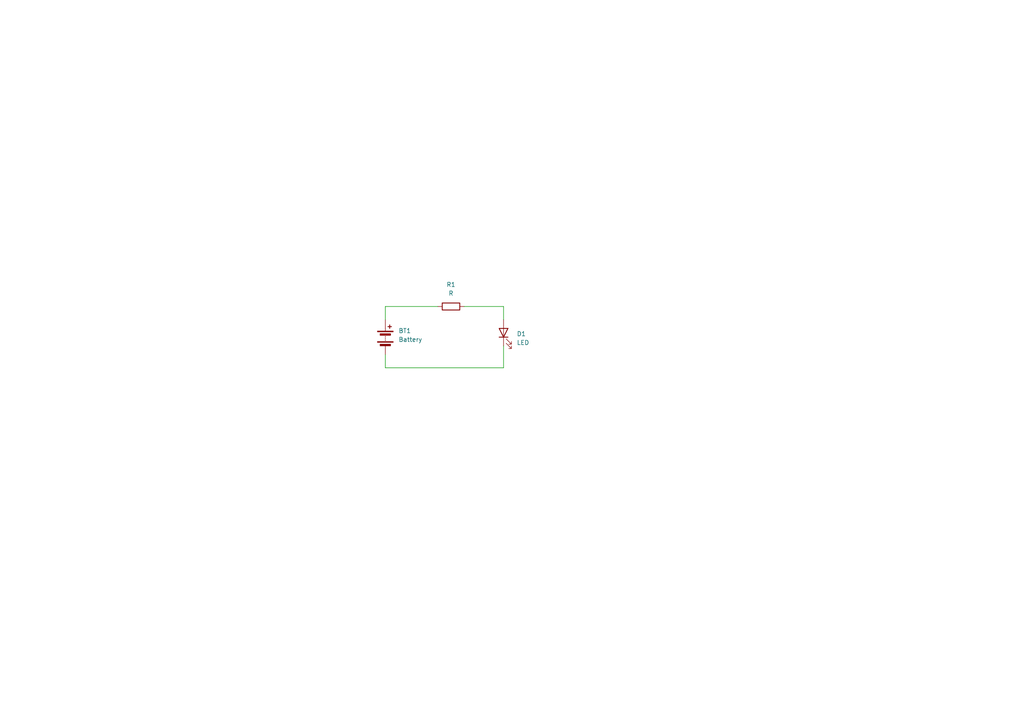
<source format=kicad_sch>
(kicad_sch
	(version 20250114)
	(generator "eeschema")
	(generator_version "9.0")
	(uuid "12dfa8fc-27f6-49f9-b218-a3654ad04b42")
	(paper "A4")
	(lib_symbols
		(symbol "Device:Battery"
			(pin_numbers
				(hide yes)
			)
			(pin_names
				(offset 0)
				(hide yes)
			)
			(exclude_from_sim no)
			(in_bom yes)
			(on_board yes)
			(property "Reference" "BT"
				(at 2.54 2.54 0)
				(effects
					(font
						(size 1.27 1.27)
					)
					(justify left)
				)
			)
			(property "Value" "Battery"
				(at 2.54 0 0)
				(effects
					(font
						(size 1.27 1.27)
					)
					(justify left)
				)
			)
			(property "Footprint" ""
				(at 0 1.524 90)
				(effects
					(font
						(size 1.27 1.27)
					)
					(hide yes)
				)
			)
			(property "Datasheet" "~"
				(at 0 1.524 90)
				(effects
					(font
						(size 1.27 1.27)
					)
					(hide yes)
				)
			)
			(property "Description" "Multiple-cell battery"
				(at 0 0 0)
				(effects
					(font
						(size 1.27 1.27)
					)
					(hide yes)
				)
			)
			(property "ki_keywords" "batt voltage-source cell"
				(at 0 0 0)
				(effects
					(font
						(size 1.27 1.27)
					)
					(hide yes)
				)
			)
			(symbol "Battery_0_1"
				(rectangle
					(start -2.286 1.778)
					(end 2.286 1.524)
					(stroke
						(width 0)
						(type default)
					)
					(fill
						(type outline)
					)
				)
				(rectangle
					(start -2.286 -1.27)
					(end 2.286 -1.524)
					(stroke
						(width 0)
						(type default)
					)
					(fill
						(type outline)
					)
				)
				(rectangle
					(start -1.524 1.016)
					(end 1.524 0.508)
					(stroke
						(width 0)
						(type default)
					)
					(fill
						(type outline)
					)
				)
				(rectangle
					(start -1.524 -2.032)
					(end 1.524 -2.54)
					(stroke
						(width 0)
						(type default)
					)
					(fill
						(type outline)
					)
				)
				(polyline
					(pts
						(xy 0 1.778) (xy 0 2.54)
					)
					(stroke
						(width 0)
						(type default)
					)
					(fill
						(type none)
					)
				)
				(polyline
					(pts
						(xy 0 0) (xy 0 0.254)
					)
					(stroke
						(width 0)
						(type default)
					)
					(fill
						(type none)
					)
				)
				(polyline
					(pts
						(xy 0 -0.508) (xy 0 -0.254)
					)
					(stroke
						(width 0)
						(type default)
					)
					(fill
						(type none)
					)
				)
				(polyline
					(pts
						(xy 0 -1.016) (xy 0 -0.762)
					)
					(stroke
						(width 0)
						(type default)
					)
					(fill
						(type none)
					)
				)
				(polyline
					(pts
						(xy 0.762 3.048) (xy 1.778 3.048)
					)
					(stroke
						(width 0.254)
						(type default)
					)
					(fill
						(type none)
					)
				)
				(polyline
					(pts
						(xy 1.27 3.556) (xy 1.27 2.54)
					)
					(stroke
						(width 0.254)
						(type default)
					)
					(fill
						(type none)
					)
				)
			)
			(symbol "Battery_1_1"
				(pin passive line
					(at 0 5.08 270)
					(length 2.54)
					(name "+"
						(effects
							(font
								(size 1.27 1.27)
							)
						)
					)
					(number "1"
						(effects
							(font
								(size 1.27 1.27)
							)
						)
					)
				)
				(pin passive line
					(at 0 -5.08 90)
					(length 2.54)
					(name "-"
						(effects
							(font
								(size 1.27 1.27)
							)
						)
					)
					(number "2"
						(effects
							(font
								(size 1.27 1.27)
							)
						)
					)
				)
			)
			(embedded_fonts no)
		)
		(symbol "Device:LED"
			(pin_numbers
				(hide yes)
			)
			(pin_names
				(offset 1.016)
				(hide yes)
			)
			(exclude_from_sim no)
			(in_bom yes)
			(on_board yes)
			(property "Reference" "D"
				(at 0 2.54 0)
				(effects
					(font
						(size 1.27 1.27)
					)
				)
			)
			(property "Value" "LED"
				(at 0 -2.54 0)
				(effects
					(font
						(size 1.27 1.27)
					)
				)
			)
			(property "Footprint" ""
				(at 0 0 0)
				(effects
					(font
						(size 1.27 1.27)
					)
					(hide yes)
				)
			)
			(property "Datasheet" "~"
				(at 0 0 0)
				(effects
					(font
						(size 1.27 1.27)
					)
					(hide yes)
				)
			)
			(property "Description" "Light emitting diode"
				(at 0 0 0)
				(effects
					(font
						(size 1.27 1.27)
					)
					(hide yes)
				)
			)
			(property "Sim.Pins" "1=K 2=A"
				(at 0 0 0)
				(effects
					(font
						(size 1.27 1.27)
					)
					(hide yes)
				)
			)
			(property "ki_keywords" "LED diode"
				(at 0 0 0)
				(effects
					(font
						(size 1.27 1.27)
					)
					(hide yes)
				)
			)
			(property "ki_fp_filters" "LED* LED_SMD:* LED_THT:*"
				(at 0 0 0)
				(effects
					(font
						(size 1.27 1.27)
					)
					(hide yes)
				)
			)
			(symbol "LED_0_1"
				(polyline
					(pts
						(xy -3.048 -0.762) (xy -4.572 -2.286) (xy -3.81 -2.286) (xy -4.572 -2.286) (xy -4.572 -1.524)
					)
					(stroke
						(width 0)
						(type default)
					)
					(fill
						(type none)
					)
				)
				(polyline
					(pts
						(xy -1.778 -0.762) (xy -3.302 -2.286) (xy -2.54 -2.286) (xy -3.302 -2.286) (xy -3.302 -1.524)
					)
					(stroke
						(width 0)
						(type default)
					)
					(fill
						(type none)
					)
				)
				(polyline
					(pts
						(xy -1.27 0) (xy 1.27 0)
					)
					(stroke
						(width 0)
						(type default)
					)
					(fill
						(type none)
					)
				)
				(polyline
					(pts
						(xy -1.27 -1.27) (xy -1.27 1.27)
					)
					(stroke
						(width 0.254)
						(type default)
					)
					(fill
						(type none)
					)
				)
				(polyline
					(pts
						(xy 1.27 -1.27) (xy 1.27 1.27) (xy -1.27 0) (xy 1.27 -1.27)
					)
					(stroke
						(width 0.254)
						(type default)
					)
					(fill
						(type none)
					)
				)
			)
			(symbol "LED_1_1"
				(pin passive line
					(at -3.81 0 0)
					(length 2.54)
					(name "K"
						(effects
							(font
								(size 1.27 1.27)
							)
						)
					)
					(number "1"
						(effects
							(font
								(size 1.27 1.27)
							)
						)
					)
				)
				(pin passive line
					(at 3.81 0 180)
					(length 2.54)
					(name "A"
						(effects
							(font
								(size 1.27 1.27)
							)
						)
					)
					(number "2"
						(effects
							(font
								(size 1.27 1.27)
							)
						)
					)
				)
			)
			(embedded_fonts no)
		)
		(symbol "Device:R"
			(pin_numbers
				(hide yes)
			)
			(pin_names
				(offset 0)
			)
			(exclude_from_sim no)
			(in_bom yes)
			(on_board yes)
			(property "Reference" "R"
				(at 2.032 0 90)
				(effects
					(font
						(size 1.27 1.27)
					)
				)
			)
			(property "Value" "R"
				(at 0 0 90)
				(effects
					(font
						(size 1.27 1.27)
					)
				)
			)
			(property "Footprint" ""
				(at -1.778 0 90)
				(effects
					(font
						(size 1.27 1.27)
					)
					(hide yes)
				)
			)
			(property "Datasheet" "~"
				(at 0 0 0)
				(effects
					(font
						(size 1.27 1.27)
					)
					(hide yes)
				)
			)
			(property "Description" "Resistor"
				(at 0 0 0)
				(effects
					(font
						(size 1.27 1.27)
					)
					(hide yes)
				)
			)
			(property "ki_keywords" "R res resistor"
				(at 0 0 0)
				(effects
					(font
						(size 1.27 1.27)
					)
					(hide yes)
				)
			)
			(property "ki_fp_filters" "R_*"
				(at 0 0 0)
				(effects
					(font
						(size 1.27 1.27)
					)
					(hide yes)
				)
			)
			(symbol "R_0_1"
				(rectangle
					(start -1.016 -2.54)
					(end 1.016 2.54)
					(stroke
						(width 0.254)
						(type default)
					)
					(fill
						(type none)
					)
				)
			)
			(symbol "R_1_1"
				(pin passive line
					(at 0 3.81 270)
					(length 1.27)
					(name "~"
						(effects
							(font
								(size 1.27 1.27)
							)
						)
					)
					(number "1"
						(effects
							(font
								(size 1.27 1.27)
							)
						)
					)
				)
				(pin passive line
					(at 0 -3.81 90)
					(length 1.27)
					(name "~"
						(effects
							(font
								(size 1.27 1.27)
							)
						)
					)
					(number "2"
						(effects
							(font
								(size 1.27 1.27)
							)
						)
					)
				)
			)
			(embedded_fonts no)
		)
	)
	(wire
		(pts
			(xy 111.76 92.71) (xy 111.76 88.9)
		)
		(stroke
			(width 0)
			(type default)
		)
		(uuid "2bdef64f-719b-4d1c-98f1-c6b4cb532667")
	)
	(wire
		(pts
			(xy 146.05 100.33) (xy 146.05 106.68)
		)
		(stroke
			(width 0)
			(type default)
		)
		(uuid "511a83b1-468c-4356-abe7-45b837082166")
	)
	(wire
		(pts
			(xy 146.05 88.9) (xy 146.05 92.71)
		)
		(stroke
			(width 0)
			(type default)
		)
		(uuid "5b899bb4-1c73-454b-ad46-481a5d993b50")
	)
	(wire
		(pts
			(xy 111.76 88.9) (xy 127 88.9)
		)
		(stroke
			(width 0)
			(type default)
		)
		(uuid "72739ce7-10b8-4143-b502-c43c5b145c7a")
	)
	(wire
		(pts
			(xy 111.76 102.87) (xy 111.76 106.68)
		)
		(stroke
			(width 0)
			(type default)
		)
		(uuid "72c8de48-a385-4565-84b7-3c5e669690b7")
	)
	(wire
		(pts
			(xy 146.05 106.68) (xy 111.76 106.68)
		)
		(stroke
			(width 0)
			(type default)
		)
		(uuid "b99b9ee9-042e-43f4-b89c-607c2aec783c")
	)
	(wire
		(pts
			(xy 134.62 88.9) (xy 146.05 88.9)
		)
		(stroke
			(width 0)
			(type default)
		)
		(uuid "bd8bc3e9-0ce1-4ef0-8dfa-30bf8088e765")
	)
	(symbol
		(lib_id "Device:R")
		(at 130.81 88.9 90)
		(unit 1)
		(exclude_from_sim no)
		(in_bom yes)
		(on_board yes)
		(dnp no)
		(fields_autoplaced yes)
		(uuid "30e49b11-3d5e-4be9-91ed-8e8493b196e6")
		(property "Reference" "R1"
			(at 130.81 82.55 90)
			(effects
				(font
					(size 1.27 1.27)
				)
			)
		)
		(property "Value" "R"
			(at 130.81 85.09 90)
			(effects
				(font
					(size 1.27 1.27)
				)
			)
		)
		(property "Footprint" "Resistor_THT:R_Axial_DIN0207_L6.3mm_D2.5mm_P15.24mm_Horizontal"
			(at 130.81 90.678 90)
			(effects
				(font
					(size 1.27 1.27)
				)
				(hide yes)
			)
		)
		(property "Datasheet" "~"
			(at 130.81 88.9 0)
			(effects
				(font
					(size 1.27 1.27)
				)
				(hide yes)
			)
		)
		(property "Description" "Resistor"
			(at 130.81 88.9 0)
			(effects
				(font
					(size 1.27 1.27)
				)
				(hide yes)
			)
		)
		(pin "1"
			(uuid "dcd4c0b1-d5ac-4479-b4fc-222d0d1f18f8")
		)
		(pin "2"
			(uuid "8e951359-9f63-435a-a772-27f801deee00")
		)
		(instances
			(project ""
				(path "/12dfa8fc-27f6-49f9-b218-a3654ad04b42"
					(reference "R1")
					(unit 1)
				)
			)
		)
	)
	(symbol
		(lib_id "Device:Battery")
		(at 111.76 97.79 0)
		(unit 1)
		(exclude_from_sim no)
		(in_bom yes)
		(on_board yes)
		(dnp no)
		(fields_autoplaced yes)
		(uuid "788448f5-ae65-4c89-ba12-9cfad46e12df")
		(property "Reference" "BT1"
			(at 115.57 95.9484 0)
			(effects
				(font
					(size 1.27 1.27)
				)
				(justify left)
			)
		)
		(property "Value" "Battery"
			(at 115.57 98.4884 0)
			(effects
				(font
					(size 1.27 1.27)
				)
				(justify left)
			)
		)
		(property "Footprint" "Connector_PinHeader_2.54mm:PinHeader_2x01_P2.54mm_Vertical"
			(at 111.76 96.266 90)
			(effects
				(font
					(size 1.27 1.27)
				)
				(hide yes)
			)
		)
		(property "Datasheet" "~"
			(at 111.76 96.266 90)
			(effects
				(font
					(size 1.27 1.27)
				)
				(hide yes)
			)
		)
		(property "Description" "Multiple-cell battery"
			(at 111.76 97.79 0)
			(effects
				(font
					(size 1.27 1.27)
				)
				(hide yes)
			)
		)
		(pin "1"
			(uuid "aaf77601-fe2b-4638-b7f8-6693e3a0b0cc")
		)
		(pin "2"
			(uuid "6b4c4bbf-f753-499b-b581-f8222db4510a")
		)
		(instances
			(project ""
				(path "/12dfa8fc-27f6-49f9-b218-a3654ad04b42"
					(reference "BT1")
					(unit 1)
				)
			)
		)
	)
	(symbol
		(lib_id "Device:LED")
		(at 146.05 96.52 90)
		(unit 1)
		(exclude_from_sim no)
		(in_bom yes)
		(on_board yes)
		(dnp no)
		(fields_autoplaced yes)
		(uuid "e5d102ac-5606-4b20-8961-c4a7cf048c97")
		(property "Reference" "D1"
			(at 149.86 96.8374 90)
			(effects
				(font
					(size 1.27 1.27)
				)
				(justify right)
			)
		)
		(property "Value" "LED"
			(at 149.86 99.3774 90)
			(effects
				(font
					(size 1.27 1.27)
				)
				(justify right)
			)
		)
		(property "Footprint" "LED_THT:LED_D5.0mm"
			(at 146.05 96.52 0)
			(effects
				(font
					(size 1.27 1.27)
				)
				(hide yes)
			)
		)
		(property "Datasheet" "~"
			(at 146.05 96.52 0)
			(effects
				(font
					(size 1.27 1.27)
				)
				(hide yes)
			)
		)
		(property "Description" "Light emitting diode"
			(at 146.05 96.52 0)
			(effects
				(font
					(size 1.27 1.27)
				)
				(hide yes)
			)
		)
		(property "Sim.Pins" "1=K 2=A"
			(at 146.05 96.52 0)
			(effects
				(font
					(size 1.27 1.27)
				)
				(hide yes)
			)
		)
		(pin "1"
			(uuid "ad40a982-617c-4566-879b-67045e4adf87")
		)
		(pin "2"
			(uuid "0cc39a8b-eb9e-4274-82a0-13e0dbdc8170")
		)
		(instances
			(project ""
				(path "/12dfa8fc-27f6-49f9-b218-a3654ad04b42"
					(reference "D1")
					(unit 1)
				)
			)
		)
	)
	(sheet_instances
		(path "/"
			(page "1")
		)
	)
	(embedded_fonts no)
)

</source>
